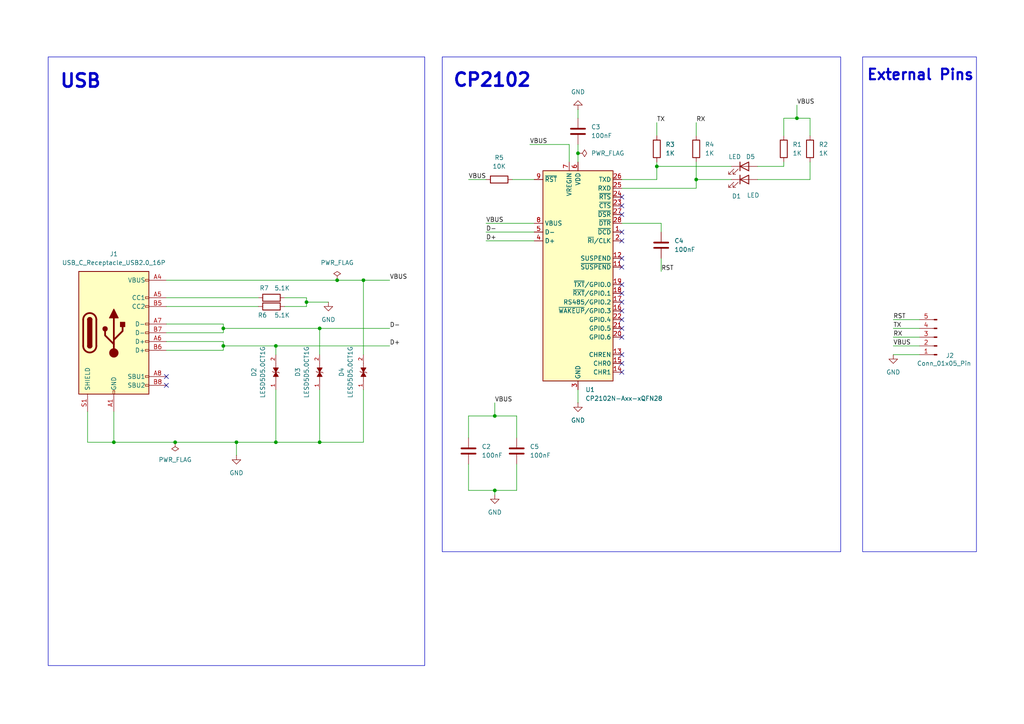
<source format=kicad_sch>
(kicad_sch (version 20250114) (generator "eeschema") (generator_version "9.0")
  (paper "A4")
  (title_block (title "USB to UART Converter") (date "2025-07-07") (company "CSE, RUET") (comment 1 "by Shahriar Rizvi"))
  (lib_symbols
    (symbol "Connector:Conn_01x05_Pin" (pin_names (offset 1.016) (hide yes))
      (property "Reference" "J" (at 0 7.62 0))
      (property "Value" "Conn_01x05_Pin" (at 0 -7.62 0))
      (symbol "Conn_01x05_Pin_1_1"
        (rectangle (start 0.8636 5.207) (end 0 4.953) (stroke (width 0.1524)) (fill (type outline)))
        (rectangle (start 0.8636 2.667) (end 0 2.413) (stroke (width 0.1524)) (fill (type outline)))
        (rectangle (start 0.8636 0.127) (end 0 -0.127) (stroke (width 0.1524)) (fill (type outline)))
        (rectangle (start 0.8636 -2.413) (end 0 -2.667) (stroke (width 0.1524)) (fill (type outline)))
        (rectangle (start 0.8636 -4.953) (end 0 -5.207) (stroke (width 0.1524)) (fill (type outline)))
        (polyline (pts (xy 1.27 5.08) (xy 0.8636 5.08)) (stroke (width 0.1524)))
        (polyline (pts (xy 1.27 2.54) (xy 0.8636 2.54)) (stroke (width 0.1524)))
        (polyline (pts (xy 1.27 0) (xy 0.8636 0)) (stroke (width 0.1524)))
        (polyline (pts (xy 1.27 -2.54) (xy 0.8636 -2.54)) (stroke (width 0.1524)))
        (polyline (pts (xy 1.27 -5.08) (xy 0.8636 -5.08)) (stroke (width 0.1524)))
        (pin passive line (at 5.08 5.08 180) (length 3.81) (name "Pin_1") (number "1"))
        (pin passive line (at 5.08 2.54 180) (length 3.81) (name "Pin_2") (number "2"))
        (pin passive line (at 5.08 0 180) (length 3.81) (name "Pin_3") (number "3"))
        (pin passive line (at 5.08 -2.54 180) (length 3.81) (name "Pin_4") (number "4"))
        (pin passive line (at 5.08 -5.08 180) (length 3.81) (name "Pin_5") (number "5"))
      )
    )
    (symbol "Connector:USB_C_Receptacle_USB2.0_16P" (pin_names (offset 1.016))
      (property "Reference" "J" (at 0 22.225 0))
      (property "Value" "USB_C_Receptacle_USB2.0_16P" (at 0 19.685 0))
      (symbol "USB_C_Receptacle_USB2.0_16P_0_0"
        (rectangle (start -0.254 -17.78) (end 0.254 -16.764))
        (rectangle (start 10.16 15.494) (end 9.144 14.986))
        (rectangle (start 10.16 10.414) (end 9.144 9.906))
        (rectangle (start 10.16 7.874) (end 9.144 7.366))
        (rectangle (start 10.16 2.794) (end 9.144 2.286))
        (rectangle (start 10.16 0.254) (end 9.144 -0.254))
        (rectangle (start 10.16 -2.286) (end 9.144 -2.794))
        (rectangle (start 10.16 -4.826) (end 9.144 -5.334))
        (rectangle (start 10.16 -12.446) (end 9.144 -12.954))
        (rectangle (start 10.16 -14.986) (end 9.144 -15.494))
      )
      (symbol "USB_C_Receptacle_USB2.0_16P_0_1"
        (rectangle (start -10.16 17.78) (end 10.16 -17.78) (stroke (width 0.254)) (fill (type background)))
        (polyline (pts (xy -8.89 -3.81) (xy -8.89 3.81)) (stroke (width 0.508)))
        (rectangle (start -7.62 -3.81) (end -6.35 3.81) (stroke (width 0.254)) (fill (type outline)))
        (arc (start -7.62 3.81) (mid -6.985 4.4423) (end -6.35 3.81) (stroke (width 0.254)))
        (arc (start -7.62 3.81) (mid -6.985 4.4423) (end -6.35 3.81) (stroke (width 0.254)) (fill (type outline)))
        (arc (start -8.89 3.81) (mid -6.985 5.7067) (end -5.08 3.81) (stroke (width 0.508)))
        (arc (start -5.08 -3.81) (mid -6.985 -5.7067) (end -8.89 -3.81) (stroke (width 0.508)))
        (arc (start -6.35 -3.81) (mid -6.985 -4.4423) (end -7.62 -3.81) (stroke (width 0.254)))
        (arc (start -6.35 -3.81) (mid -6.985 -4.4423) (end -7.62 -3.81) (stroke (width 0.254)) (fill (type outline)))
        (polyline (pts (xy -5.08 3.81) (xy -5.08 -3.81)) (stroke (width 0.508)))
        (circle (center -2.54 1.143) (radius 0.635) (stroke (width 0.254)) (fill (type outline)))
        (polyline (pts (xy -1.27 4.318) (xy 0 6.858) (xy 1.27 4.318) (xy -1.27 4.318)) (stroke (width 0.254)) (fill (type outline)))
        (polyline (pts (xy 0 -2.032) (xy 2.54 0.508) (xy 2.54 1.778)) (stroke (width 0.508)))
        (polyline (pts (xy 0 -3.302) (xy -2.54 -0.762) (xy -2.54 0.508)) (stroke (width 0.508)))
        (polyline (pts (xy 0 -5.842) (xy 0 4.318)) (stroke (width 0.508)))
        (circle (center 0 -5.842) (radius 1.27) (fill (type outline)))
        (rectangle (start 1.905 1.778) (end 3.175 3.048) (stroke (width 0.254)) (fill (type outline)))
      )
      (symbol "USB_C_Receptacle_USB2.0_16P_1_1"
        (pin passive line (at -7.62 -22.86 90) (length 5.08) (name "SHIELD") (number "S1"))
        (pin passive line (at 0 -22.86 90) (length 5.08) (name "GND") (number "A1"))
        (pin passive line (at 0 -22.86 90) (length 5.08) (hide yes) (name "GND") (number "A12"))
        (pin passive line (at 0 -22.86 90) (length 5.08) (hide yes) (name "GND") (number "B1"))
        (pin passive line (at 0 -22.86 90) (length 5.08) (hide yes) (name "GND") (number "B12"))
        (pin passive line (at 15.24 15.24 180) (length 5.08) (name "VBUS") (number "A4"))
        (pin passive line (at 15.24 15.24 180) (length 5.08) (hide yes) (name "VBUS") (number "A9"))
        (pin passive line (at 15.24 15.24 180) (length 5.08) (hide yes) (name "VBUS") (number "B4"))
        (pin passive line (at 15.24 15.24 180) (length 5.08) (hide yes) (name "VBUS") (number "B9"))
        (pin bidirectional line (at 15.24 10.16 180) (length 5.08) (name "CC1") (number "A5"))
        (pin bidirectional line (at 15.24 7.62 180) (length 5.08) (name "CC2") (number "B5"))
        (pin bidirectional line (at 15.24 2.54 180) (length 5.08) (name "D-") (number "A7"))
        (pin bidirectional line (at 15.24 0 180) (length 5.08) (name "D-") (number "B7"))
        (pin bidirectional line (at 15.24 -2.54 180) (length 5.08) (name "D+") (number "A6"))
        (pin bidirectional line (at 15.24 -5.08 180) (length 5.08) (name "D+") (number "B6"))
        (pin bidirectional line (at 15.24 -12.7 180) (length 5.08) (name "SBU1") (number "A8"))
        (pin bidirectional line (at 15.24 -15.24 180) (length 5.08) (name "SBU2") (number "B8"))
      )
    )
    (symbol "Device:C" (pin_numbers (hide yes)) (pin_names (offset 0.254))
      (property "Reference" "C" (at 0.635 2.54 0))
      (property "Value" "C" (at 0.635 -2.54 0))
      (symbol "C_0_1"
        (polyline (pts (xy -2.032 0.762) (xy 2.032 0.762)) (stroke (width 0.508)))
        (polyline (pts (xy -2.032 -0.762) (xy 2.032 -0.762)) (stroke (width 0.508)))
      )
      (symbol "C_1_1"
        (pin passive line (at 0 3.81 270) (length 2.794) (name "~") (number "1"))
        (pin passive line (at 0 -3.81 90) (length 2.794) (name "~") (number "2"))
      )
    )
    (symbol "Device:LED" (pin_numbers (hide yes)) (pin_names (offset 1.016) (hide yes))
      (property "Reference" "D" (at 0 2.54 0))
      (property "Value" "LED" (at 0 -2.54 0))
      (symbol "LED_0_1"
        (polyline (pts (xy -3.048 -0.762) (xy -4.572 -2.286) (xy -3.81 -2.286) (xy -4.572 -2.286) (xy -4.572 -1.524)))
        (polyline (pts (xy -1.778 -0.762) (xy -3.302 -2.286) (xy -2.54 -2.286) (xy -3.302 -2.286) (xy -3.302 -1.524)))
        (polyline (pts (xy -1.27 0) (xy 1.27 0)))
        (polyline (pts (xy -1.27 -1.27) (xy -1.27 1.27)) (stroke (width 0.254)))
        (polyline (pts (xy 1.27 -1.27) (xy 1.27 1.27) (xy -1.27 0) (xy 1.27 -1.27)) (stroke (width 0.254)))
      )
      (symbol "LED_1_1"
        (pin passive line (at -3.81 0 0) (length 2.54) (name "K") (number "1"))
        (pin passive line (at 3.81 0 180) (length 2.54) (name "A") (number "2"))
      )
    )
    (symbol "Device:R" (pin_numbers (hide yes)) (pin_names (offset 0))
      (property "Reference" "R" (at 2.032 0 90))
      (property "Value" "R" (at 0 0 90))
      (symbol "R_0_1"
        (rectangle (start -1.016 -2.54) (end 1.016 2.54) (stroke (width 0.254)))
      )
      (symbol "R_1_1"
        (pin passive line (at 0 3.81 270) (length 1.27) (name "~") (number "1"))
        (pin passive line (at 0 -3.81 90) (length 1.27) (name "~") (number "2"))
      )
    )
    (symbol "Interface_USB:CP2102N-Axx-xQFN28"
      (property "Reference" "U" (at -8.89 31.75 0))
      (property "Value" "CP2102N-Axx-xQFN28" (at 12.7 31.75 0))
      (symbol "CP2102N-Axx-xQFN28_0_1"
        (rectangle (start -10.16 30.48) (end 10.16 -30.48) (stroke (width 0.254)) (fill (type background)))
      )
      (symbol "CP2102N-Axx-xQFN28_1_1"
        (pin input line (at -12.7 27.94 0) (length 2.54) (name "~{RST}") (number "9"))
        (pin input line (at -12.7 15.24 0) (length 2.54) (name "VBUS") (number "8"))
        (pin bidirectional line (at -12.7 12.7 0) (length 2.54) (name "D-") (number "5"))
        (pin bidirectional line (at -12.7 10.16 0) (length 2.54) (name "D+") (number "4"))
        (pin no_connect line (at -10.16 -27.94 0) (length 2.54) (hide yes) (name "NC") (number "10"))
        (pin power_in line (at -2.54 33.02 270) (length 2.54) (name "VREGIN") (number "7"))
        (pin power_in line (at 0 33.02 270) (length 2.54) (name "VDD") (number "6"))
        (pin passive line (at 0 -33.02 90) (length 2.54) (hide yes) (name "GND") (number "29"))
        (pin power_in line (at 0 -33.02 90) (length 2.54) (name "GND") (number "3"))
        (pin output line (at 12.7 27.94 180) (length 2.54) (name "TXD") (number "26"))
        (pin input line (at 12.7 25.4 180) (length 2.54) (name "RXD") (number "25"))
        (pin output line (at 12.7 22.86 180) (length 2.54) (name "~{RTS}") (number "24"))
        (pin input line (at 12.7 20.32 180) (length 2.54) (name "~{CTS}") (number "23"))
        (pin input line (at 12.7 17.78 180) (length 2.54) (name "~{DSR}") (number "27"))
        (pin output line (at 12.7 15.24 180) (length 2.54) (name "~{DTR}") (number "28"))
        (pin input line (at 12.7 12.7 180) (length 2.54) (name "~{DCD}") (number "1"))
        (pin bidirectional line (at 12.7 10.16 180) (length 2.54) (name "~{RI}/CLK") (number "2"))
        (pin output line (at 12.7 5.08 180) (length 2.54) (name "SUSPEND") (number "12"))
        (pin output line (at 12.7 2.54 180) (length 2.54) (name "~{SUSPEND}") (number "11"))
        (pin bidirectional line (at 12.7 -2.54 180) (length 2.54) (name "~{TXT}/GPIO.0") (number "19"))
        (pin bidirectional line (at 12.7 -5.08 180) (length 2.54) (name "~{RXT}/GPIO.1") (number "18"))
        (pin bidirectional line (at 12.7 -7.62 180) (length 2.54) (name "RS485/GPIO.2") (number "17"))
        (pin bidirectional line (at 12.7 -10.16 180) (length 2.54) (name "~{WAKEUP}/GPIO.3") (number "16"))
        (pin bidirectional line (at 12.7 -12.7 180) (length 2.54) (name "GPIO.4") (number "22"))
        (pin bidirectional line (at 12.7 -15.24 180) (length 2.54) (name "GPIO.5") (number "21"))
        (pin bidirectional line (at 12.7 -17.78 180) (length 2.54) (name "GPIO.6") (number "20"))
        (pin output line (at 12.7 -22.86 180) (length 2.54) (name "CHREN") (number "13"))
        (pin output line (at 12.7 -25.4 180) (length 2.54) (name "CHR0") (number "15"))
        (pin output line (at 12.7 -27.94 180) (length 2.54) (name "CHR1") (number "14"))
      )
    )
    (symbol "LESD5D5.0CT1G:LESD5D5.0CT1G" (pin_names (offset 1.016))
      (property "Reference" "D" (at -5.08 2.54 0))
      (property "Value" "LESD5D5.0CT1G" (at -5.08 -5.08 0))
      (symbol "LESD5D5.0CT1G_0_0"
        (polyline (pts (xy -1.27 0) (xy -2.54 0)) (stroke (width 0.1524)))
        (polyline (pts (xy 0 0.762) (xy 0.254 1.016)) (stroke (width 0.1524)))
        (polyline (pts (xy 0 0) (xy -1.27 -0.762) (xy -1.27 0.762) (xy 0 0)) (stroke (width 0.1524)) (fill (type outline)))
        (polyline (pts (xy 0 0) (xy 1.27 0.762) (xy 1.27 -0.762) (xy 0 0)) (stroke (width 0.1524)) (fill (type outline)))
        (polyline (pts (xy 0 -0.762) (xy -0.254 -1.016)) (stroke (width 0.1524)))
        (polyline (pts (xy 0 -0.762) (xy 0 0.762)) (stroke (width 0.1524)))
        (polyline (pts (xy 1.27 0) (xy 2.54 0)) (stroke (width 0.1524)))
        (pin passive line (at -5.08 0 0) (length 2.54) (name "~") (number "1"))
        (pin passive line (at 5.08 0 180) (length 2.54) (name "~") (number "2"))
      )
    )
    (symbol "power:GND" (power) (pin_numbers (hide yes)) (pin_names (offset 0) (hide yes))
      (property "Value" "GND" (at 0 -3.81 0))
      (symbol "GND_0_1"
        (polyline (pts (xy 0 0) (xy 0 -1.27) (xy 1.27 -1.27) (xy 0 -2.54) (xy -1.27 -1.27) (xy 0 -1.27)))
      )
      (symbol "GND_1_1"
        (pin power_in line (at 0 0 270) (length 0) (name "~") (number "1"))
      )
    )
    (symbol "power:PWR_FLAG" (power) (pin_numbers (hide yes)) (pin_names (offset 0) (hide yes))
      (property "Value" "PWR_FLAG" (at 0 3.81 0))
      (symbol "PWR_FLAG_0_0"
        (pin power_out line (at 0 0 90) (length 0) (name "~") (number "1"))
      )
      (symbol "PWR_FLAG_0_1"
        (polyline (pts (xy 0 0) (xy 0 1.27) (xy -1.016 1.905) (xy 0 2.54) (xy 1.016 1.905) (xy 0 1.27)))
      )
    )
  )
  (rectangle (start 13.97 16.51) (end 123.19 193.04))
  (rectangle (start 250.19 16.51) (end 283.21 160.02))
  (rectangle (start 128.27 16.51) (end 243.84 160.02))
  (text "USB\n" (at 23.368 23.622 0) (effects (font (size 3.81 3.81) (thickness 0.762) (bold yes))))
  (text "External Pins" (at 266.954 21.844 0) (effects (font (size 3.048 3.048) (thickness 0.6096) (bold yes))))
  (text "CP2102" (at 142.748 23.368 0) (effects (font (size 3.81 3.81) (thickness 0.762) (bold yes))))
  (junction (at 201.93 52.07))
  (junction (at 92.71 95.25))
  (junction (at 68.58 128.27))
  (junction (at 50.8 128.27))
  (junction (at 33.02 128.27))
  (junction (at 64.77 100.33))
  (junction (at 231.14 34.29))
  (junction (at 80.01 100.33))
  (junction (at 80.01 128.27))
  (junction (at 143.51 142.24))
  (junction (at 97.79 81.28))
  (junction (at 64.77 95.25))
  (junction (at 143.51 120.65))
  (junction (at 105.41 81.28))
  (junction (at 167.64 44.45))
  (junction (at 92.71 128.27))
  (junction (at 190.5 48.26))
  (junction (at 88.9 87.63))
  (no_connect (at 180.34 62.23))
  (no_connect (at 180.34 105.41))
  (no_connect (at 180.34 59.69))
  (no_connect (at 180.34 67.31))
  (no_connect (at 48.26 111.76))
  (no_connect (at 180.34 92.71))
  (no_connect (at 180.34 85.09))
  (no_connect (at 180.34 90.17))
  (no_connect (at 180.34 82.55))
  (no_connect (at 180.34 107.95))
  (no_connect (at 180.34 87.63))
  (no_connect (at 180.34 95.25))
  (no_connect (at 180.34 57.15))
  (no_connect (at 180.34 102.87))
  (no_connect (at 180.34 77.47))
  (no_connect (at 180.34 74.93))
  (no_connect (at 180.34 97.79))
  (no_connect (at 48.26 109.22))
  (no_connect (at 180.34 69.85))
  (wire (pts (xy 143.51 116.84) (xy 143.51 120.65)))
  (wire (pts (xy 135.89 127) (xy 135.89 120.65)))
  (wire (pts (xy 68.58 128.27) (xy 50.8 128.27)))
  (wire (pts (xy 143.51 142.24) (xy 149.86 142.24)))
  (wire (pts (xy 180.34 54.61) (xy 201.93 54.61)))
  (wire (pts (xy 92.71 102.87) (xy 92.71 95.25)))
  (wire (pts (xy 33.02 128.27) (xy 33.02 119.38)))
  (wire (pts (xy 190.5 48.26) (xy 212.09 48.26)))
  (wire (pts (xy 234.95 52.07) (xy 234.95 46.99)))
  (wire (pts (xy 148.59 52.07) (xy 154.94 52.07)))
  (wire (pts (xy 140.97 69.85) (xy 154.94 69.85)))
  (wire (pts (xy 149.86 134.62) (xy 149.86 142.24)))
  (wire (pts (xy 153.67 41.91) (xy 165.1 41.91)))
  (wire (pts (xy 190.5 52.07) (xy 190.5 48.26)))
  (wire (pts (xy 25.4 128.27) (xy 33.02 128.27)))
  (wire (pts (xy 92.71 95.25) (xy 113.03 95.25)))
  (wire (pts (xy 105.41 113.03) (xy 105.41 128.27)))
  (wire (pts (xy 64.77 95.25) (xy 64.77 96.52)))
  (wire (pts (xy 88.9 87.63) (xy 95.25 87.63)))
  (wire (pts (xy 231.14 34.29) (xy 234.95 34.29)))
  (wire (pts (xy 48.26 88.9) (xy 74.93 88.9)))
  (wire (pts (xy 80.01 113.03) (xy 80.01 128.27)))
  (wire (pts (xy 105.41 102.87) (xy 105.41 81.28)))
  (wire (pts (xy 259.08 102.87) (xy 266.7 102.87)))
  (wire (pts (xy 64.77 101.6) (xy 48.26 101.6)))
  (wire (pts (xy 64.77 100.33) (xy 64.77 101.6)))
  (wire (pts (xy 68.58 128.27) (xy 68.58 132.08)))
  (wire (pts (xy 135.89 134.62) (xy 135.89 142.24)))
  (wire (pts (xy 143.51 120.65) (xy 149.86 120.65)))
  (wire (pts (xy 25.4 119.38) (xy 25.4 128.27)))
  (wire (pts (xy 201.93 52.07) (xy 201.93 46.99)))
  (wire (pts (xy 105.41 81.28) (xy 113.03 81.28)))
  (wire (pts (xy 167.64 113.03) (xy 167.64 116.84)))
  (wire (pts (xy 227.33 46.99) (xy 227.33 48.26)))
  (wire (pts (xy 165.1 46.99) (xy 165.1 41.91)))
  (wire (pts (xy 64.77 96.52) (xy 48.26 96.52)))
  (wire (pts (xy 149.86 120.65) (xy 149.86 127)))
  (wire (pts (xy 64.77 93.98) (xy 64.77 95.25)))
  (wire (pts (xy 48.26 81.28) (xy 97.79 81.28)))
  (wire (pts (xy 201.93 35.56) (xy 201.93 39.37)))
  (wire (pts (xy 135.89 52.07) (xy 140.97 52.07)))
  (wire (pts (xy 80.01 100.33) (xy 64.77 100.33)))
  (wire (pts (xy 259.08 95.25) (xy 266.7 95.25)))
  (wire (pts (xy 231.14 30.48) (xy 231.14 34.29)))
  (wire (pts (xy 227.33 39.37) (xy 227.33 34.29)))
  (wire (pts (xy 227.33 34.29) (xy 231.14 34.29)))
  (wire (pts (xy 140.97 67.31) (xy 154.94 67.31)))
  (wire (pts (xy 105.41 128.27) (xy 92.71 128.27)))
  (wire (pts (xy 97.79 81.28) (xy 105.41 81.28)))
  (wire (pts (xy 259.08 92.71) (xy 266.7 92.71)))
  (wire (pts (xy 227.33 48.26) (xy 219.71 48.26)))
  (wire (pts (xy 135.89 120.65) (xy 143.51 120.65)))
  (wire (pts (xy 48.26 93.98) (xy 64.77 93.98)))
  (wire (pts (xy 180.34 64.77) (xy 191.77 64.77)))
  (wire (pts (xy 92.71 128.27) (xy 80.01 128.27)))
  (wire (pts (xy 234.95 34.29) (xy 234.95 39.37)))
  (wire (pts (xy 80.01 102.87) (xy 80.01 100.33)))
  (wire (pts (xy 88.9 88.9) (xy 82.55 88.9)))
  (wire (pts (xy 80.01 128.27) (xy 68.58 128.27)))
  (wire (pts (xy 48.26 99.06) (xy 64.77 99.06)))
  (wire (pts (xy 135.89 142.24) (xy 143.51 142.24)))
  (wire (pts (xy 259.08 97.79) (xy 266.7 97.79)))
  (wire (pts (xy 201.93 52.07) (xy 212.09 52.07)))
  (wire (pts (xy 167.64 44.45) (xy 167.64 46.99)))
  (wire (pts (xy 167.64 31.75) (xy 167.64 34.29)))
  (wire (pts (xy 201.93 54.61) (xy 201.93 52.07)))
  (wire (pts (xy 92.71 113.03) (xy 92.71 128.27)))
  (wire (pts (xy 64.77 95.25) (xy 92.71 95.25)))
  (wire (pts (xy 50.8 128.27) (xy 33.02 128.27)))
  (wire (pts (xy 64.77 99.06) (xy 64.77 100.33)))
  (wire (pts (xy 82.55 86.36) (xy 88.9 86.36)))
  (wire (pts (xy 48.26 86.36) (xy 74.93 86.36)))
  (wire (pts (xy 191.77 64.77) (xy 191.77 67.31)))
  (wire (pts (xy 143.51 142.24) (xy 143.51 143.51)))
  (wire (pts (xy 190.5 48.26) (xy 190.5 46.99)))
  (wire (pts (xy 191.77 74.93) (xy 191.77 78.74)))
  (wire (pts (xy 180.34 52.07) (xy 190.5 52.07)))
  (wire (pts (xy 219.71 52.07) (xy 234.95 52.07)))
  (wire (pts (xy 80.01 100.33) (xy 113.03 100.33)))
  (wire (pts (xy 88.9 87.63) (xy 88.9 88.9)))
  (wire (pts (xy 190.5 35.56) (xy 190.5 39.37)))
  (wire (pts (xy 140.97 64.77) (xy 154.94 64.77)))
  (wire (pts (xy 259.08 100.33) (xy 266.7 100.33)))
  (wire (pts (xy 88.9 86.36) (xy 88.9 87.63)))
  (wire (pts (xy 167.64 41.91) (xy 167.64 44.45)))
  (label "D+" (at 140.97 69.85 0))
  (label "D-" (at 140.97 67.31 0))
  (label "VBUS" (at 259.08 100.33 0))
  (label "VBUS" (at 140.97 64.77 0))
  (label "RX" (at 259.08 97.79 0))
  (label "TX" (at 259.08 95.25 0))
  (label "RST" (at 259.08 92.71 0))
  (label "VBUS" (at 231.14 30.48 0))
  (label "RST" (at 191.77 78.74 0))
  (label "D-" (at 113.03 95.25 0))
  (label "VBUS" (at 113.03 81.28 0))
  (label "D+" (at 113.03 100.33 0))
  (label "VBUS" (at 135.89 52.07 0))
  (label "VBUS" (at 143.51 116.84 0))
  (label "TX" (at 190.5 35.56 0))
  (label "VBUS" (at 153.67 41.91 0))
  (label "RX" (at 201.93 35.56 0))
  (symbol (lib_id "Device:R") (at 227.33 43.18 0) (unit 1)
    (property "Reference" "R1" (at 229.87 41.9099 0) (effects (justify left)))
    (property "Value" "1K" (at 229.87 44.4499 0) (effects (justify left)))
    (property "Footprint" "Resistor_SMD:R_0201_0603Metric" (effects (hide yes)))
    (property "Description" "Resistor" (effects (hide yes)))
  )
  (symbol (lib_id "Device:R") (at 234.95 43.18 0) (unit 1)
    (property "Reference" "R2" (at 237.49 41.9099 0) (effects (justify left)))
    (property "Value" "1K" (at 237.49 44.4499 0) (effects (justify left)))
    (property "Footprint" "Resistor_SMD:R_0201_0603Metric" (effects (hide yes)))
    (property "Description" "Resistor" (effects (hide yes)))
  )
  (symbol (lib_id "Interface_USB:CP2102N-Axx-xQFN28") (at 167.64 80.01 0) (unit 1)
    (property "Reference" "U1" (at 169.7833 113.03 0) (effects (justify left)))
    (property "Value" "CP2102N-Axx-xQFN28" (at 169.7833 115.57 0) (effects (justify left)))
    (property "Footprint" "Package_DFN_QFN:QFN-28-1EP_5x5mm_P0.5mm_EP3.35x3.35mm" (effects (hide yes)))
    (property "Datasheet" "https://www.silabs.com/documents/public/data-sheets/cp2102n-datasheet.pdf" (effects (hide yes)))
    (property "Description" "USB to UART master bridge, QFN-28" (effects (hide yes)))
  )
  (symbol (lib_id "power:GND") (at 68.58 132.08 0) (unit 1)
    (property "Reference" "#PWR01" (effects (hide yes)))
    (property "Value" "GND" (at 68.58 137.16 0))
    (property "Description" "Power symbol creates a global label with name \"GND\" , ground" (effects (hide yes)))
  )
  (symbol (lib_id "Connector:USB_C_Receptacle_USB2.0_16P") (at 33.02 96.52 0) (unit 1)
    (property "Reference" "J1" (at 33.02 73.66 0))
    (property "Value" "USB_C_Receptacle_USB2.0_16P" (at 33.02 76.2 0))
    (property "Footprint" "Connector_USB:USB_C_Receptacle_HRO_TYPE-C-31-M-12" (effects (hide yes)))
    (property "Datasheet" "https://www.usb.org/sites/default/files/documents/usb_type-c.zip" (effects (hide yes)))
    (property "Description" "USB 2.0-only 16P Type-C Receptacle connector" (effects (hide yes)))
  )
  (symbol (lib_id "Device:C") (at 149.86 130.81 0) (unit 1)
    (property "Reference" "C5" (at 153.67 129.5399 0) (effects (justify left)))
    (property "Value" "100nF" (at 153.67 132.0799 0) (effects (justify left)))
    (property "Footprint" "Capacitor_SMD:C_0201_0603Metric" (effects (hide yes)))
    (property "Description" "Unpolarized capacitor" (effects (hide yes)))
  )
  (symbol (lib_id "Device:R") (at 201.93 43.18 0) (unit 1)
    (property "Reference" "R4" (at 204.47 41.9099 0) (effects (justify left)))
    (property "Value" "1K" (at 204.47 44.4499 0) (effects (justify left)))
    (property "Footprint" "Resistor_SMD:R_0201_0603Metric" (effects (hide yes)))
    (property "Description" "Resistor" (effects (hide yes)))
  )
  (symbol (lib_id "Device:R") (at 190.5 43.18 0) (unit 1)
    (property "Reference" "R3" (at 193.04 41.9099 0) (effects (justify left)))
    (property "Value" "1K" (at 193.04 44.4499 0) (effects (justify left)))
    (property "Footprint" "Resistor_SMD:R_0201_0603Metric" (effects (hide yes)))
    (property "Description" "Resistor" (effects (hide yes)))
  )
  (symbol (lib_id "power:GND") (at 167.64 31.75 180) (unit 1)
    (property "Reference" "#PWR03" (effects (hide yes)))
    (property "Value" "GND" (at 167.64 26.67 0))
    (property "Description" "Power symbol creates a global label with name \"GND\" , ground" (effects (hide yes)))
  )
  (symbol (lib_id "Device:R") (at 78.74 88.9 90) (unit 1)
    (property "Reference" "R6" (at 77.47 91.44 90) (effects (justify left)))
    (property "Value" "5.1K" (at 84.074 91.44 90) (effects (justify left)))
    (property "Footprint" "Resistor_SMD:R_0201_0603Metric" (effects (hide yes)))
    (property "Description" "Resistor" (effects (hide yes)))
  )
  (symbol (lib_id "LESD5D5.0CT1G:LESD5D5.0CT1G") (at 80.01 107.95 90) (unit 1)
    (property "Reference" "D2" (at 73.66 107.95 0))
    (property "Value" "LESD5D5.0CT1G" (at 76.2 107.95 0))
    (property "Footprint" "LESD5D5.0CT1G:TVS_LESD5D5.0CT1G" (effects (hide yes)))
    (property "MF" "Leshan Radio Co." (effects (hide yes)))
    (property "MAXIMUM_PACKAGE_HEIGHT" "0.7 mm" (effects (hide yes)))
    (property "Package" "None" (effects (hide yes)))
    (property "Price" "None" (effects (hide yes)))
    (property "Check_prices" "https://www.snapeda.com/parts/LESD5D5.0CT1G/Leshan+Radio/view-part/?ref=eda" (effects (hide yes)))
    (property "STANDARD" "Manufacturer Recommendations" (effects (hide yes)))
    (property "PARTREV" "O" (effects (hide yes)))
    (property "SnapEDA_Link" "https://www.snapeda.com/parts/LESD5D5.0CT1G/Leshan+Radio/view-part/?ref=snap" (effects (hide yes)))
    (property "MP" "LESD5D5.0CT1G" (effects (hide yes)))
    (property "Description_1" "Transient Voltage Suppressors for ESD Protection" (effects (hide yes)))
    (property "Availability" "In Stock" (effects (hide yes)))
    (property "MANUFACTURER" "LRC" (effects (hide yes)))
  )
  (symbol (lib_id "Device:LED") (at 215.9 48.26 0) (unit 1)
    (property "Reference" "D5" (at 217.678 45.466 0))
    (property "Value" "LED" (at 213.106 45.466 0))
    (property "Footprint" "LED_SMD:LED_0201_0603Metric" (effects (hide yes)))
    (property "Description" "Light emitting diode" (effects (hide yes)))
    (property "Sim.Pins" "1=K 2=A" (effects (hide yes)))
  )
  (symbol (lib_id "power:GND") (at 259.08 102.87 0) (unit 1)
    (property "Reference" "#PWR04" (effects (hide yes)))
    (property "Value" "GND" (at 259.08 107.95 0))
    (property "Description" "Power symbol creates a global label with name \"GND\" , ground" (effects (hide yes)))
  )
  (symbol (lib_id "power:PWR_FLAG") (at 97.79 81.28 0) (unit 1)
    (property "Reference" "#FLG02" (effects (hide yes)))
    (property "Value" "PWR_FLAG" (at 97.79 76.2 0))
    (property "Description" "Special symbol for telling ERC where power comes from" (effects (hide yes)))
  )
  (symbol (lib_id "Device:C") (at 167.64 38.1 0) (unit 1)
    (property "Reference" "C3" (at 171.45 36.8299 0) (effects (justify left)))
    (property "Value" "100nF" (at 171.45 39.3699 0) (effects (justify left)))
    (property "Footprint" "Capacitor_SMD:C_0201_0603Metric" (effects (hide yes)))
    (property "Description" "Unpolarized capacitor" (effects (hide yes)))
  )
  (symbol (lib_id "power:GND") (at 167.64 116.84 0) (unit 1)
    (property "Reference" "#PWR05" (effects (hide yes)))
    (property "Value" "GND" (at 167.64 121.92 0))
    (property "Description" "Power symbol creates a global label with name \"GND\" , ground" (effects (hide yes)))
  )
  (symbol (lib_id "power:PWR_FLAG") (at 50.8 128.27 180) (unit 1)
    (property "Reference" "#FLG01" (effects (hide yes)))
    (property "Value" "PWR_FLAG" (at 50.8 133.35 0))
    (property "Description" "Special symbol for telling ERC where power comes from" (effects (hide yes)))
  )
  (symbol (lib_id "power:PWR_FLAG") (at 167.64 44.45 270) (unit 1)
    (property "Reference" "#FLG03" (effects (hide yes)))
    (property "Value" "PWR_FLAG" (at 171.45 44.4499 90) (effects (justify left)))
    (property "Description" "Special symbol for telling ERC where power comes from" (effects (hide yes)))
  )
  (symbol (lib_id "power:GND") (at 143.51 143.51 0) (unit 1)
    (property "Reference" "#PWR02" (effects (hide yes)))
    (property "Value" "GND" (at 143.51 148.59 0))
    (property "Description" "Power symbol creates a global label with name \"GND\" , ground" (effects (hide yes)))
  )
  (symbol (lib_id "Device:C") (at 191.77 71.12 0) (unit 1)
    (property "Reference" "C4" (at 195.58 69.8499 0) (effects (justify left)))
    (property "Value" "100nF" (at 195.58 72.3899 0) (effects (justify left)))
    (property "Footprint" "Capacitor_SMD:C_0201_0603Metric" (effects (hide yes)))
    (property "Description" "Unpolarized capacitor" (effects (hide yes)))
  )
  (symbol (lib_id "Device:R") (at 144.78 52.07 90) (unit 1)
    (property "Reference" "R5" (at 144.78 45.72 90))
    (property "Value" "10K" (at 144.78 48.26 90))
    (property "Footprint" "Resistor_SMD:R_0201_0603Metric" (effects (hide yes)))
    (property "Description" "Resistor" (effects (hide yes)))
  )
  (symbol (lib_id "LESD5D5.0CT1G:LESD5D5.0CT1G") (at 92.71 107.95 90) (unit 1)
    (property "Reference" "D3" (at 86.36 107.95 0))
    (property "Value" "LESD5D5.0CT1G" (at 88.9 107.95 0))
    (property "Footprint" "LESD5D5.0CT1G:TVS_LESD5D5.0CT1G" (effects (hide yes)))
    (property "MF" "Leshan Radio Co." (effects (hide yes)))
    (property "MAXIMUM_PACKAGE_HEIGHT" "0.7 mm" (effects (hide yes)))
    (property "Package" "None" (effects (hide yes)))
    (property "Price" "None" (effects (hide yes)))
    (property "Check_prices" "https://www.snapeda.com/parts/LESD5D5.0CT1G/Leshan+Radio/view-part/?ref=eda" (effects (hide yes)))
    (property "STANDARD" "Manufacturer Recommendations" (effects (hide yes)))
    (property "PARTREV" "O" (effects (hide yes)))
    (property "SnapEDA_Link" "https://www.snapeda.com/parts/LESD5D5.0CT1G/Leshan+Radio/view-part/?ref=snap" (effects (hide yes)))
    (property "MP" "LESD5D5.0CT1G" (effects (hide yes)))
    (property "Description_1" "Transient Voltage Suppressors for ESD Protection" (effects (hide yes)))
    (property "Availability" "In Stock" (effects (hide yes)))
    (property "MANUFACTURER" "LRC" (effects (hide yes)))
  )
  (symbol (lib_id "LESD5D5.0CT1G:LESD5D5.0CT1G") (at 105.41 107.95 90) (unit 1)
    (property "Reference" "D4" (at 99.06 107.95 0))
    (property "Value" "LESD5D5.0CT1G" (at 101.6 107.95 0))
    (property "Footprint" "LESD5D5.0CT1G:TVS_LESD5D5.0CT1G" (effects (hide yes)))
    (property "MF" "Leshan Radio Co." (effects (hide yes)))
    (property "MAXIMUM_PACKAGE_HEIGHT" "0.7 mm" (effects (hide yes)))
    (property "Package" "None" (effects (hide yes)))
    (property "Price" "None" (effects (hide yes)))
    (property "Check_prices" "https://www.snapeda.com/parts/LESD5D5.0CT1G/Leshan+Radio/view-part/?ref=eda" (effects (hide yes)))
    (property "STANDARD" "Manufacturer Recommendations" (effects (hide yes)))
    (property "PARTREV" "O" (effects (hide yes)))
    (property "SnapEDA_Link" "https://www.snapeda.com/parts/LESD5D5.0CT1G/Leshan+Radio/view-part/?ref=snap" (effects (hide yes)))
    (property "MP" "LESD5D5.0CT1G" (effects (hide yes)))
    (property "Description_1" "Transient Voltage Suppressors for ESD Protection" (effects (hide yes)))
    (property "Availability" "In Stock" (effects (hide yes)))
    (property "MANUFACTURER" "LRC" (effects (hide yes)))
  )
  (symbol (lib_id "Device:R") (at 78.74 86.36 90) (unit 1)
    (property "Reference" "R7" (at 77.978 83.566 90) (effects (justify left)))
    (property "Value" "5.1K" (at 84.074 83.566 90) (effects (justify left)))
    (property "Footprint" "Resistor_SMD:R_0201_0603Metric" (effects (hide yes)))
    (property "Description" "Resistor" (effects (hide yes)))
  )
  (symbol (lib_id "Device:LED") (at 215.9 52.07 0) (unit 1)
    (property "Reference" "D1" (at 213.614 56.896 0))
    (property "Value" "LED" (at 218.44 56.642 0))
    (property "Footprint" "LED_SMD:LED_0201_0603Metric" (effects (hide yes)))
    (property "Description" "Light emitting diode" (effects (hide yes)))
    (property "Sim.Pins" "1=K 2=A" (effects (hide yes)))
  )
  (symbol (lib_id "Device:C") (at 135.89 130.81 0) (unit 1)
    (property "Reference" "C2" (at 139.7 129.5399 0) (effects (justify left)))
    (property "Value" "100nF" (at 139.7 132.0799 0) (effects (justify left)))
    (property "Footprint" "Capacitor_SMD:C_0201_0603Metric" (effects (hide yes)))
    (property "Description" "Unpolarized capacitor" (effects (hide yes)))
  )
  (symbol (lib_id "power:GND") (at 95.25 87.63 0) (unit 1)
    (property "Reference" "#PWR06" (effects (hide yes)))
    (property "Value" "GND" (at 95.25 92.71 0))
    (property "Description" "Power symbol creates a global label with name \"GND\" , ground" (effects (hide yes)))
  )
  (symbol (lib_id "Connector:Conn_01x05_Pin") (at 271.78 97.79 180) (unit 1)
    (property "Reference" "J2" (at 274.32 103.124 0) (effects (justify right)))
    (property "Value" "Conn_01x05_Pin" (at 265.938 105.41 0) (effects (justify right)))
    (property "Footprint" "Connector_PinHeader_2.54mm:PinHeader_1x05_P2.54mm_Horizontal" (effects (hide yes)))
    (property "Description" "Generic connector, single row, 01x05, script generated" (effects (hide yes)))
  )
)
</source>
